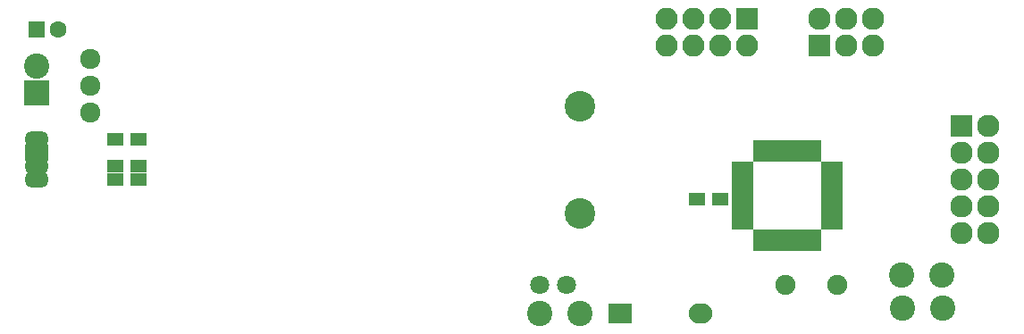
<source format=gbr>
G04 #@! TF.FileFunction,Soldermask,Top*
%FSLAX46Y46*%
G04 Gerber Fmt 4.6, Leading zero omitted, Abs format (unit mm)*
G04 Created by KiCad (PCBNEW 4.0.7-e2-6376~58~ubuntu14.04.1) date Wed Jan 31 17:30:08 2018*
%MOMM*%
%LPD*%
G01*
G04 APERTURE LIST*
%ADD10C,0.100000*%
%ADD11R,2.127200X2.127200*%
%ADD12O,2.127200X2.127200*%
%ADD13R,2.400000X2.400000*%
%ADD14C,2.400000*%
%ADD15O,2.305000X1.517600*%
%ADD16R,2.305000X1.517600*%
%ADD17C,1.924000*%
%ADD18C,1.901140*%
%ADD19C,2.899360*%
%ADD20R,2.224000X1.924000*%
%ADD21O,2.224000X1.924000*%
%ADD22C,2.398980*%
%ADD23C,1.797000*%
%ADD24R,2.100000X2.100000*%
%ADD25O,2.100000X2.100000*%
%ADD26R,1.600000X1.600000*%
%ADD27C,1.600000*%
%ADD28R,0.950000X2.000000*%
%ADD29R,2.000000X0.950000*%
%ADD30R,1.600000X1.300000*%
G04 APERTURE END LIST*
D10*
D11*
X154940000Y-93345000D03*
D12*
X157480000Y-93345000D03*
X154940000Y-95885000D03*
X157480000Y-95885000D03*
X154940000Y-98425000D03*
X157480000Y-98425000D03*
X154940000Y-100965000D03*
X157480000Y-100965000D03*
X154940000Y-103505000D03*
X157480000Y-103505000D03*
D13*
X67335400Y-90195400D03*
D14*
X67335400Y-87655400D03*
D15*
X67310000Y-94615000D03*
D16*
X67310000Y-95885000D03*
D15*
X67310000Y-97155000D03*
X67310000Y-98425000D03*
D17*
X72390000Y-89535000D03*
X72390000Y-92075000D03*
X72390000Y-86995000D03*
D18*
X143156940Y-108432600D03*
X138275060Y-108432600D03*
D19*
X118770400Y-101625400D03*
X118770400Y-91465400D03*
D11*
X141478000Y-85725000D03*
D12*
X141478000Y-83185000D03*
X144018000Y-85725000D03*
X144018000Y-83185000D03*
X146558000Y-85725000D03*
X146558000Y-83185000D03*
D20*
X122555000Y-111125000D03*
D21*
X130175000Y-111125000D03*
D22*
X153136600Y-110617000D03*
X149326600Y-110617000D03*
X114935000Y-111125000D03*
X118745000Y-111125000D03*
X153060400Y-107492800D03*
X149250400Y-107492800D03*
D23*
X117475000Y-108458000D03*
X114935000Y-108458000D03*
D24*
X134620000Y-83185000D03*
D25*
X134620000Y-85725000D03*
X132080000Y-83185000D03*
X132080000Y-85725000D03*
X129540000Y-83185000D03*
X129540000Y-85725000D03*
X127000000Y-83185000D03*
X127000000Y-85725000D03*
D26*
X67335400Y-84175600D03*
D27*
X69335400Y-84175600D03*
D28*
X135630000Y-104199000D03*
X136430000Y-104199000D03*
X137230000Y-104199000D03*
X138030000Y-104199000D03*
X138830000Y-104199000D03*
X139630000Y-104199000D03*
X140430000Y-104199000D03*
X141230000Y-104199000D03*
D29*
X142680000Y-102749000D03*
X142680000Y-101949000D03*
X142680000Y-101149000D03*
X142680000Y-100349000D03*
X142680000Y-99549000D03*
X142680000Y-98749000D03*
X142680000Y-97949000D03*
X142680000Y-97149000D03*
D28*
X141230000Y-95699000D03*
X140430000Y-95699000D03*
X139630000Y-95699000D03*
X138830000Y-95699000D03*
X138030000Y-95699000D03*
X137230000Y-95699000D03*
X136430000Y-95699000D03*
X135630000Y-95699000D03*
D29*
X134180000Y-97149000D03*
X134180000Y-97949000D03*
X134180000Y-98749000D03*
X134180000Y-99549000D03*
X134180000Y-100349000D03*
X134180000Y-101149000D03*
X134180000Y-101949000D03*
X134180000Y-102749000D03*
D30*
X74719000Y-94615000D03*
X76919000Y-94615000D03*
X74719000Y-98425000D03*
X76919000Y-98425000D03*
X74719000Y-97155000D03*
X76919000Y-97155000D03*
X129887800Y-100330000D03*
X132087800Y-100330000D03*
M02*

</source>
